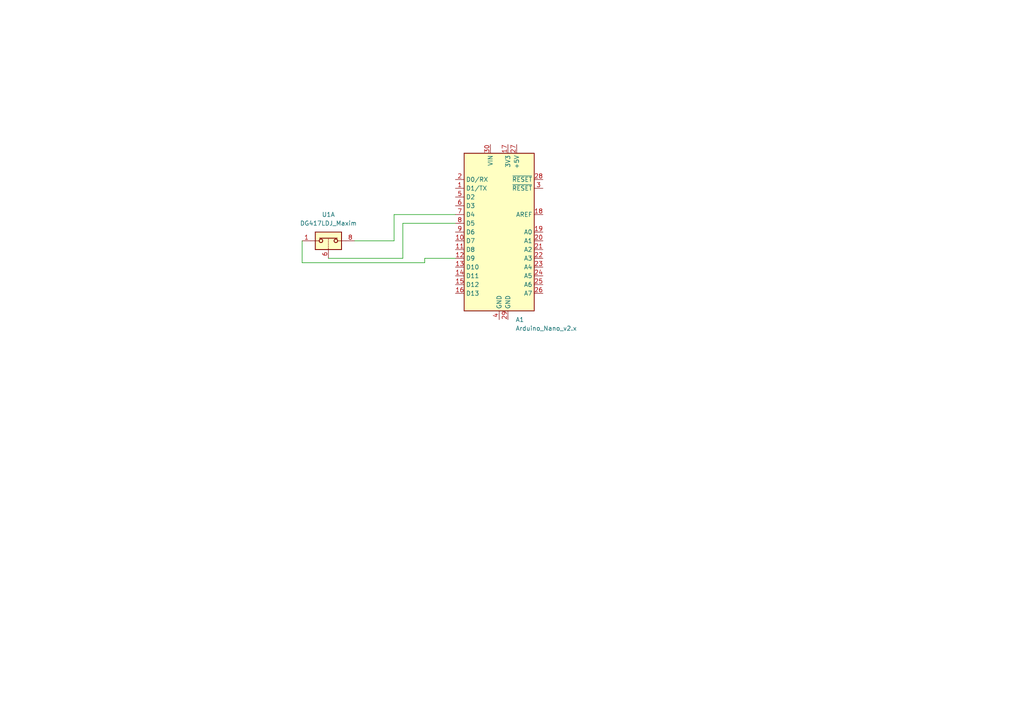
<source format=kicad_sch>
(kicad_sch (version 20231120) (generator "eeschema") (generator_version "8.0")
  (paper "A4")
  (lib_symbols
    (symbol "Analog_Switch:DG417LDJ_Maxim" (pin_names (offset 0.254))
      (property "Reference" "U" (at -3.175 5.334 0))
      (property "Value" "DG417LDJ_Maxim" (at -3.175 3.556 0))
      (symbol "DG417LDJ_Maxim_1_1"
        (rectangle (start -3.81 2.54) (end 3.81 -2.54) (stroke (width 0.254)) (fill (type background)))
        (circle (center -2.159 0) (radius 0.508) (stroke (width 0.254)))
        (polyline (pts (xy -5.08 0) (xy -2.794 0)))
        (polyline (pts (xy -2.54 0.762) (xy 2.54 0.762)) (stroke (width 0.254)))
        (polyline (pts (xy 0 -2.54) (xy 0 -2.032)))
        (polyline (pts (xy 0 -1.778) (xy 0 -1.524)))
        (polyline (pts (xy 0 -1.27) (xy 0 -1.016)))
        (polyline (pts (xy 0 -0.762) (xy 0 -0.508)))
        (polyline (pts (xy 0 -0.254) (xy 0 0)))
        (polyline (pts (xy 0 0.254) (xy 0 0.508)))
        (polyline (pts (xy 5.08 0) (xy 2.794 0)))
        (circle (center 2.159 0) (radius 0.508) (stroke (width 0.254)))
        (pin passive line (at -7.62 0 0) (length 2.54) (name "~") (number "1"))
        (pin input line (at 0 -5.08 90) (length 2.54) (name "~") (number "6"))
        (pin passive line (at 7.62 0 180) (length 2.54) (name "~") (number "8"))
      )
      (symbol "DG417LDJ_Maxim_2_0"
        (pin no_connect line (at -2.54 10.16 270) (length 2.54) hide (name "NC") (number "2"))
        (pin power_in line (at 0 -12.7 90) (length 2.54) (name "GND") (number "3"))
        (pin power_in line (at 0 12.7 270) (length 2.54) (name "V+") (number "4"))
        (pin no_connect line (at 2.54 10.16 270) (length 2.54) hide (name "NC") (number "5"))
        (pin power_in line (at 2.54 -12.7 90) (length 2.54) (name "V-") (number "7"))
      )
      (symbol "DG417LDJ_Maxim_2_1"
        (rectangle (start -3.81 10.16) (end 6.35 -10.16) (stroke (width 0.254)) (fill (type background)))
      )
    )
    (symbol "MCU_Module:Arduino_Nano_v2.x"
      (property "Reference" "A" (at -10.16 23.495 0))
      (property "Value" "Arduino_Nano_v2.x" (at 5.08 -24.13 0))
      (symbol "Arduino_Nano_v2.x_0_1"
        (rectangle (start -10.16 22.86) (end 10.16 -22.86) (stroke (width 0.254)) (fill (type background)))
      )
      (symbol "Arduino_Nano_v2.x_1_1"
        (pin bidirectional line (at -12.7 12.7 0) (length 2.54) (name "D1/TX") (number "1"))
        (pin bidirectional line (at -12.7 -2.54 0) (length 2.54) (name "D7") (number "10"))
        (pin bidirectional line (at -12.7 -5.08 0) (length 2.54) (name "D8") (number "11"))
        (pin bidirectional line (at -12.7 -7.62 0) (length 2.54) (name "D9") (number "12"))
        (pin bidirectional line (at -12.7 -10.16 0) (length 2.54) (name "D10") (number "13"))
        (pin bidirectional line (at -12.7 -12.7 0) (length 2.54) (name "D11") (number "14"))
        (pin bidirectional line (at -12.7 -15.24 0) (length 2.54) (name "D12") (number "15"))
        (pin bidirectional line (at -12.7 -17.78 0) (length 2.54) (name "D13") (number "16"))
        (pin power_out line (at 2.54 25.4 270) (length 2.54) (name "3V3") (number "17"))
        (pin input line (at 12.7 5.08 180) (length 2.54) (name "AREF") (number "18"))
        (pin bidirectional line (at 12.7 0 180) (length 2.54) (name "A0") (number "19"))
        (pin bidirectional line (at -12.7 15.24 0) (length 2.54) (name "D0/RX") (number "2"))
        (pin bidirectional line (at 12.7 -2.54 180) (length 2.54) (name "A1") (number "20"))
        (pin bidirectional line (at 12.7 -5.08 180) (length 2.54) (name "A2") (number "21"))
        (pin bidirectional line (at 12.7 -7.62 180) (length 2.54) (name "A3") (number "22"))
        (pin bidirectional line (at 12.7 -10.16 180) (length 2.54) (name "A4") (number "23"))
        (pin bidirectional line (at 12.7 -12.7 180) (length 2.54) (name "A5") (number "24"))
        (pin bidirectional line (at 12.7 -15.24 180) (length 2.54) (name "A6") (number "25"))
        (pin bidirectional line (at 12.7 -17.78 180) (length 2.54) (name "A7") (number "26"))
        (pin power_out line (at 5.08 25.4 270) (length 2.54) (name "+5V") (number "27"))
        (pin input line (at 12.7 15.24 180) (length 2.54) (name "~{RESET}") (number "28"))
        (pin power_in line (at 2.54 -25.4 90) (length 2.54) (name "GND") (number "29"))
        (pin input line (at 12.7 12.7 180) (length 2.54) (name "~{RESET}") (number "3"))
        (pin power_in line (at -2.54 25.4 270) (length 2.54) (name "VIN") (number "30"))
        (pin power_in line (at 0 -25.4 90) (length 2.54) (name "GND") (number "4"))
        (pin bidirectional line (at -12.7 10.16 0) (length 2.54) (name "D2") (number "5"))
        (pin bidirectional line (at -12.7 7.62 0) (length 2.54) (name "D3") (number "6"))
        (pin bidirectional line (at -12.7 5.08 0) (length 2.54) (name "D4") (number "7"))
        (pin bidirectional line (at -12.7 2.54 0) (length 2.54) (name "D5") (number "8"))
        (pin bidirectional line (at -12.7 0 0) (length 2.54) (name "D6") (number "9"))
      )
    )
  )
  (wire (pts (xy 87.63 69.85) (xy 87.63 76.2)))
  (wire (pts (xy 87.63 76.2) (xy 123.19 76.2)))
  (wire (pts (xy 123.19 76.2) (xy 123.19 74.93)))
  (wire (pts (xy 95.25 74.93) (xy 116.84 74.93)))
  (wire (pts (xy 123.19 74.93) (xy 132.08 74.93)))
  (wire (pts (xy 114.3 69.85) (xy 114.3 62.23)))
  (wire (pts (xy 114.3 62.23) (xy 132.08 62.23)))
  (wire (pts (xy 102.87 69.85) (xy 114.3 69.85)))
  (wire (pts (xy 116.84 64.77) (xy 132.08 64.77)))
  (wire (pts (xy 116.84 74.93) (xy 116.84 64.77)))
  (symbol (lib_id "Analog_Switch:DG417LDJ_Maxim") (at 95.25 69.85 0) (unit 1)
    (property "Reference" "U1" (at 95.25 62.23 0))
    (property "Value" "DG417LDJ_Maxim" (at 95.25 64.77 0))
    (property "Footprint" "Package_DIP:DIP-8_W7.62mm" (effects (hide yes)))
    (property "Datasheet" "https://datasheets.maximintegrated.com/en/ds/DG417L-DG419L.pdf" (effects (hide yes)))
    (property "Description" "Single SPST 3V Logic Compatible CMOS Analog Switch, normally ON, 35Ohm Ron, Maxim-variant without Vlogic, DIP-8" (effects (hide yes)))
  )
  (symbol (lib_id "MCU_Module:Arduino_Nano_v2.x") (at 144.78 67.31 0) (unit 1)
    (property "Reference" "A1" (at 149.5141 92.71 0) (effects (justify left)))
    (property "Value" "Arduino_Nano_v2.x" (at 149.5141 95.25 0) (effects (justify left)))
    (property "Footprint" "Module:Arduino_Nano" (effects (hide yes)))
    (property "Datasheet" "https://www.arduino.cc/en/uploads/Main/ArduinoNanoManual23.pdf" (effects (hide yes)))
    (property "Description" "Arduino Nano v2.x" (effects (hide yes)))
  )
)
</source>
